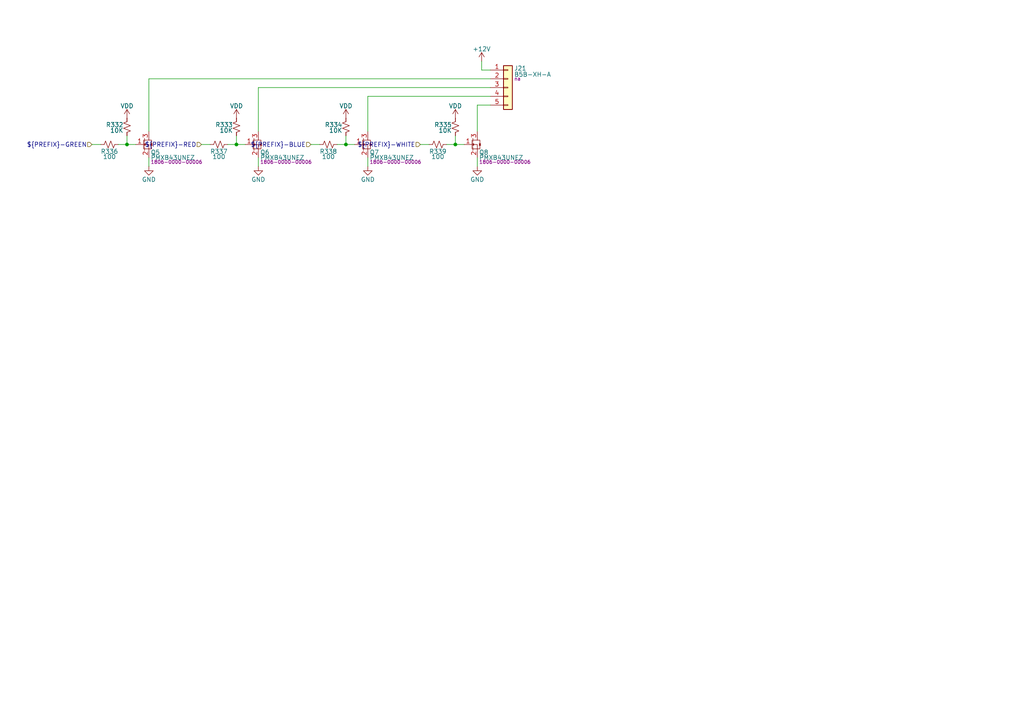
<source format=kicad_sch>
(kicad_sch
	(version 20250114)
	(generator "eeschema")
	(generator_version "9.0")
	(uuid "7bc1f2b6-a1f2-4269-8283-41e70cb464e3")
	(paper "A4")
	(title_block
		(title "Benchy Motherboard AM625 - Lighting RGBW Channel 2")
		(rev "REV1")
		(company "Daxxn Industries")
		(comment 4 "Small net labels (≤0.65) are for clarity and do not connect to other nets.")
	)
	(lib_symbols
		(symbol "DX_Connector_JST:B5B-XH-A"
			(pin_names
				(offset 1.016)
				(hide yes)
			)
			(exclude_from_sim no)
			(in_bom yes)
			(on_board yes)
			(property "Reference" "J"
				(at 1.778 5.588 0)
				(effects
					(font
						(size 1.27 1.27)
					)
					(justify left)
				)
			)
			(property "Value" "B5B-XH-A"
				(at 1.778 3.81 0)
				(effects
					(font
						(size 1.27 1.27)
					)
					(justify left)
				)
			)
			(property "Footprint" "Daxxn_Connectors_JST:B5B-XH-A"
				(at 0 10.16 0)
				(effects
					(font
						(size 1.27 1.27)
					)
					(hide yes)
				)
			)
			(property "Datasheet" "${DATASHEETS}/eXH.pdf"
				(at 0 13.208 0)
				(effects
					(font
						(size 1.27 1.27)
					)
					(hide yes)
				)
			)
			(property "Description" "Connector Header Through Hole 5 position 0.098\" (2.50mm)"
				(at 0 11.684 0)
				(effects
					(font
						(size 1.27 1.27)
					)
					(hide yes)
				)
			)
			(property "PartNumber" "na"
				(at 1.778 2.54 0)
				(effects
					(font
						(size 1 1)
					)
					(justify left)
				)
			)
			(property "ki_keywords" "connector jst xh"
				(at 0 0 0)
				(effects
					(font
						(size 1.27 1.27)
					)
					(hide yes)
				)
			)
			(property "ki_fp_filters" "Connector*:*_1x??_*"
				(at 0 0 0)
				(effects
					(font
						(size 1.27 1.27)
					)
					(hide yes)
				)
			)
			(symbol "B5B-XH-A_1_1"
				(rectangle
					(start -1.27 6.35)
					(end 1.27 -6.35)
					(stroke
						(width 0.254)
						(type default)
					)
					(fill
						(type background)
					)
				)
				(rectangle
					(start -1.27 5.207)
					(end 0 4.953)
					(stroke
						(width 0.1524)
						(type default)
					)
					(fill
						(type none)
					)
				)
				(rectangle
					(start -1.27 2.667)
					(end 0 2.413)
					(stroke
						(width 0.1524)
						(type default)
					)
					(fill
						(type none)
					)
				)
				(rectangle
					(start -1.27 0.127)
					(end 0 -0.127)
					(stroke
						(width 0.1524)
						(type default)
					)
					(fill
						(type none)
					)
				)
				(rectangle
					(start -1.27 -2.413)
					(end 0 -2.667)
					(stroke
						(width 0.1524)
						(type default)
					)
					(fill
						(type none)
					)
				)
				(rectangle
					(start -1.27 -4.953)
					(end 0 -5.207)
					(stroke
						(width 0.1524)
						(type default)
					)
					(fill
						(type none)
					)
				)
				(pin passive line
					(at -5.08 5.08 0)
					(length 3.81)
					(name "Pin_1"
						(effects
							(font
								(size 1.27 1.27)
							)
						)
					)
					(number "1"
						(effects
							(font
								(size 1.27 1.27)
							)
						)
					)
				)
				(pin passive line
					(at -5.08 2.54 0)
					(length 3.81)
					(name "Pin_2"
						(effects
							(font
								(size 1.27 1.27)
							)
						)
					)
					(number "2"
						(effects
							(font
								(size 1.27 1.27)
							)
						)
					)
				)
				(pin passive line
					(at -5.08 0 0)
					(length 3.81)
					(name "Pin_3"
						(effects
							(font
								(size 1.27 1.27)
							)
						)
					)
					(number "3"
						(effects
							(font
								(size 1.27 1.27)
							)
						)
					)
				)
				(pin passive line
					(at -5.08 -2.54 0)
					(length 3.81)
					(name "Pin_4"
						(effects
							(font
								(size 1.27 1.27)
							)
						)
					)
					(number "4"
						(effects
							(font
								(size 1.27 1.27)
							)
						)
					)
				)
				(pin passive line
					(at -5.08 -5.08 0)
					(length 3.81)
					(name "Pin_5"
						(effects
							(font
								(size 1.27 1.27)
							)
						)
					)
					(number "5"
						(effects
							(font
								(size 1.27 1.27)
							)
						)
					)
				)
			)
			(embedded_fonts no)
		)
		(symbol "DX_Resistor:RC0402JR-07100RL"
			(pin_numbers
				(hide yes)
			)
			(pin_names
				(offset 0.254)
				(hide yes)
			)
			(exclude_from_sim no)
			(in_bom yes)
			(on_board yes)
			(property "Reference" "R"
				(at 1.016 0.635 0)
				(effects
					(font
						(size 1.27 1.27)
					)
					(justify left)
				)
			)
			(property "Value" "100"
				(at 1.016 -1.016 0)
				(effects
					(font
						(size 1.27 1.27)
					)
					(justify left)
				)
			)
			(property "Footprint" "Daxxn_Standard_Resistors:RES_0402"
				(at 0 5.334 0)
				(effects
					(font
						(size 1.27 1.27)
					)
					(hide yes)
				)
			)
			(property "Datasheet" "${DATASHEETS}/RC-Series.pdf"
				(at 0 6.35 0)
				(effects
					(font
						(size 1.27 1.27)
					)
					(hide yes)
				)
			)
			(property "Description" "RES 100 OHM 5% 1/16W 0402"
				(at 0 3.81 0)
				(effects
					(font
						(size 1.27 1.27)
					)
					(hide yes)
				)
			)
			(property "PartNumber" "0204-0000-00011"
				(at 0 7.874 0)
				(effects
					(font
						(size 1.27 1.27)
					)
					(hide yes)
				)
			)
			(property "ki_keywords" "r resistor daxxn"
				(at 0 0 0)
				(effects
					(font
						(size 1.27 1.27)
					)
					(hide yes)
				)
			)
			(property "ki_fp_filters" "R_*"
				(at 0 0 0)
				(effects
					(font
						(size 1.27 1.27)
					)
					(hide yes)
				)
			)
			(symbol "RC0402JR-07100RL_1_1"
				(polyline
					(pts
						(xy 0 1.524) (xy 1.016 1.143) (xy 0 0.762) (xy -1.016 0.381) (xy 0 0)
					)
					(stroke
						(width 0)
						(type default)
					)
					(fill
						(type none)
					)
				)
				(polyline
					(pts
						(xy 0 0) (xy 1.016 -0.381) (xy 0 -0.762) (xy -1.016 -1.143) (xy 0 -1.524)
					)
					(stroke
						(width 0)
						(type default)
					)
					(fill
						(type none)
					)
				)
				(pin passive line
					(at 0 2.54 270)
					(length 1.016)
					(name "~"
						(effects
							(font
								(size 1.27 1.27)
							)
						)
					)
					(number "1"
						(effects
							(font
								(size 1.27 1.27)
							)
						)
					)
				)
				(pin passive line
					(at 0 -2.54 90)
					(length 1.016)
					(name "~"
						(effects
							(font
								(size 1.27 1.27)
							)
						)
					)
					(number "2"
						(effects
							(font
								(size 1.27 1.27)
							)
						)
					)
				)
			)
			(embedded_fonts no)
		)
		(symbol "DX_Resistor:RC0402JR-0710KL"
			(pin_numbers
				(hide yes)
			)
			(pin_names
				(offset 0.254)
				(hide yes)
			)
			(exclude_from_sim no)
			(in_bom yes)
			(on_board yes)
			(property "Reference" "R"
				(at 1.016 0.635 0)
				(effects
					(font
						(size 1.27 1.27)
					)
					(justify left)
				)
			)
			(property "Value" "10K"
				(at 1.016 -1.016 0)
				(effects
					(font
						(size 1.27 1.27)
					)
					(justify left)
				)
			)
			(property "Footprint" "Daxxn_Standard_Resistors:RES_0402"
				(at 0 5.334 0)
				(effects
					(font
						(size 1.27 1.27)
					)
					(hide yes)
				)
			)
			(property "Datasheet" "${DATASHEETS}/RC-Series.pdf"
				(at 0 6.35 0)
				(effects
					(font
						(size 1.27 1.27)
					)
					(hide yes)
				)
			)
			(property "Description" "RES 10K OHM 5% 1/16W 0402"
				(at 0 3.81 0)
				(effects
					(font
						(size 1.27 1.27)
					)
					(hide yes)
				)
			)
			(property "PartNumber" "0204-0000-00016"
				(at 0 8.128 0)
				(effects
					(font
						(size 1.27 1.27)
					)
					(hide yes)
				)
			)
			(property "ki_keywords" "r resistor daxxn"
				(at 0 0 0)
				(effects
					(font
						(size 1.27 1.27)
					)
					(hide yes)
				)
			)
			(property "ki_fp_filters" "R_*"
				(at 0 0 0)
				(effects
					(font
						(size 1.27 1.27)
					)
					(hide yes)
				)
			)
			(symbol "RC0402JR-0710KL_1_1"
				(polyline
					(pts
						(xy 0 1.524) (xy 1.016 1.143) (xy 0 0.762) (xy -1.016 0.381) (xy 0 0)
					)
					(stroke
						(width 0)
						(type default)
					)
					(fill
						(type none)
					)
				)
				(polyline
					(pts
						(xy 0 0) (xy 1.016 -0.381) (xy 0 -0.762) (xy -1.016 -1.143) (xy 0 -1.524)
					)
					(stroke
						(width 0)
						(type default)
					)
					(fill
						(type none)
					)
				)
				(pin passive line
					(at 0 2.54 270)
					(length 1.016)
					(name "~"
						(effects
							(font
								(size 1.27 1.27)
							)
						)
					)
					(number "1"
						(effects
							(font
								(size 1.27 1.27)
							)
						)
					)
				)
				(pin passive line
					(at 0 -2.54 90)
					(length 1.016)
					(name "~"
						(effects
							(font
								(size 1.27 1.27)
							)
						)
					)
					(number "2"
						(effects
							(font
								(size 1.27 1.27)
							)
						)
					)
				)
			)
			(embedded_fonts no)
		)
		(symbol "DX_Transistor_MOSFET:PMXB43UNEZ"
			(exclude_from_sim no)
			(in_bom yes)
			(on_board yes)
			(property "Reference" "Q"
				(at 2.794 1.778 0)
				(effects
					(font
						(size 1.27 1.27)
					)
					(justify left)
				)
			)
			(property "Value" "PMXB43UNEZ"
				(at 2.794 0 0)
				(effects
					(font
						(size 1.27 1.27)
					)
					(justify left)
				)
			)
			(property "Footprint" "Daxxn_Packages:DFN1010D-3"
				(at 1.27 8.382 0)
				(effects
					(font
						(size 1.27 1.27)
					)
					(hide yes)
				)
			)
			(property "Datasheet" "%LOCAL_DATASHEETS%/PMXB43UNE.pdf"
				(at 1.27 5.842 0)
				(effects
					(font
						(size 1.27 1.27)
					)
					(hide yes)
				)
			)
			(property "Description" "N-Channel 20 V 3.2A (Ta) 400mW (Ta), 8.33W (Tc) Surface Mount DFN1010D-3"
				(at 0 7.112 0)
				(effects
					(font
						(size 1.27 1.27)
					)
					(hide yes)
				)
			)
			(property "PartNumber" "1806-0000-00006"
				(at 2.794 -1.524 0)
				(effects
					(font
						(size 1 1)
					)
					(justify left)
				)
			)
			(property "ki_keywords" "n-ch mosfet fet"
				(at 0 0 0)
				(effects
					(font
						(size 1.27 1.27)
					)
					(hide yes)
				)
			)
			(symbol "PMXB43UNEZ_0_0"
				(pin input line
					(at -2.54 0 0)
					(length 2.25)
					(name "G"
						(effects
							(font
								(size 0 0)
							)
						)
					)
					(number "1"
						(effects
							(font
								(size 1.27 1.27)
							)
						)
					)
				)
				(pin bidirectional line
					(at 1.27 3.81 270)
					(length 2.54)
					(name "D"
						(effects
							(font
								(size 0 0)
							)
						)
					)
					(number "3"
						(effects
							(font
								(size 1.27 1.27)
							)
						)
					)
				)
				(pin bidirectional line
					(at 1.27 -3.81 90)
					(length 2.54)
					(name "S"
						(effects
							(font
								(size 0 0)
							)
						)
					)
					(number "2"
						(effects
							(font
								(size 1.27 1.27)
							)
						)
					)
				)
			)
			(symbol "PMXB43UNEZ_0_1"
				(polyline
					(pts
						(xy -0.254 -1.27) (xy -0.254 1.27)
					)
					(stroke
						(width 0)
						(type default)
					)
					(fill
						(type none)
					)
				)
				(polyline
					(pts
						(xy 0 1.778) (xy 0 0.762)
					)
					(stroke
						(width 0)
						(type default)
					)
					(fill
						(type none)
					)
				)
				(polyline
					(pts
						(xy 0 1.27) (xy 1.27 1.27) (xy 1.27 1.27)
					)
					(stroke
						(width 0)
						(type default)
					)
					(fill
						(type none)
					)
				)
				(polyline
					(pts
						(xy 0 0) (xy 0.254 0.254) (xy 0.254 -0.254) (xy 0 0)
					)
					(stroke
						(width 0)
						(type default)
					)
					(fill
						(type none)
					)
				)
				(polyline
					(pts
						(xy 0 -0.508) (xy 0 0.508)
					)
					(stroke
						(width 0)
						(type default)
					)
					(fill
						(type none)
					)
				)
				(polyline
					(pts
						(xy 0 -1.27) (xy 1.27 -1.27) (xy 1.27 -1.27)
					)
					(stroke
						(width 0)
						(type default)
					)
					(fill
						(type none)
					)
				)
				(polyline
					(pts
						(xy 0 -1.778) (xy 0 -0.762)
					)
					(stroke
						(width 0)
						(type default)
					)
					(fill
						(type none)
					)
				)
				(polyline
					(pts
						(xy 1.27 -1.27) (xy 1.27 0) (xy 0 0)
					)
					(stroke
						(width 0)
						(type default)
					)
					(fill
						(type none)
					)
				)
				(polyline
					(pts
						(xy 1.27 -1.27) (xy 2.032 -1.27) (xy 2.032 1.27) (xy 1.27 1.27)
					)
					(stroke
						(width 0)
						(type default)
					)
					(fill
						(type none)
					)
				)
				(polyline
					(pts
						(xy 1.778 0.254) (xy 2.286 0.254)
					)
					(stroke
						(width 0)
						(type default)
					)
					(fill
						(type none)
					)
				)
				(polyline
					(pts
						(xy 2.032 0.254) (xy 1.778 -0.254) (xy 2.286 -0.254) (xy 2.032 0.254)
					)
					(stroke
						(width 0)
						(type default)
					)
					(fill
						(type outline)
					)
				)
			)
			(embedded_fonts no)
		)
		(symbol "power:+12V"
			(power)
			(pin_numbers
				(hide yes)
			)
			(pin_names
				(offset 0)
				(hide yes)
			)
			(exclude_from_sim no)
			(in_bom yes)
			(on_board yes)
			(property "Reference" "#PWR"
				(at 0 -3.81 0)
				(effects
					(font
						(size 1.27 1.27)
					)
					(hide yes)
				)
			)
			(property "Value" "+12V"
				(at 0 3.556 0)
				(effects
					(font
						(size 1.27 1.27)
					)
				)
			)
			(property "Footprint" ""
				(at 0 0 0)
				(effects
					(font
						(size 1.27 1.27)
					)
					(hide yes)
				)
			)
			(property "Datasheet" ""
				(at 0 0 0)
				(effects
					(font
						(size 1.27 1.27)
					)
					(hide yes)
				)
			)
			(property "Description" "Power symbol creates a global label with name \"+12V\""
				(at 0 0 0)
				(effects
					(font
						(size 1.27 1.27)
					)
					(hide yes)
				)
			)
			(property "ki_keywords" "global power"
				(at 0 0 0)
				(effects
					(font
						(size 1.27 1.27)
					)
					(hide yes)
				)
			)
			(symbol "+12V_0_1"
				(polyline
					(pts
						(xy -0.762 1.27) (xy 0 2.54)
					)
					(stroke
						(width 0)
						(type default)
					)
					(fill
						(type none)
					)
				)
				(polyline
					(pts
						(xy 0 2.54) (xy 0.762 1.27)
					)
					(stroke
						(width 0)
						(type default)
					)
					(fill
						(type none)
					)
				)
				(polyline
					(pts
						(xy 0 0) (xy 0 2.54)
					)
					(stroke
						(width 0)
						(type default)
					)
					(fill
						(type none)
					)
				)
			)
			(symbol "+12V_1_1"
				(pin power_in line
					(at 0 0 90)
					(length 0)
					(name "~"
						(effects
							(font
								(size 1.27 1.27)
							)
						)
					)
					(number "1"
						(effects
							(font
								(size 1.27 1.27)
							)
						)
					)
				)
			)
			(embedded_fonts no)
		)
		(symbol "power:GND"
			(power)
			(pin_numbers
				(hide yes)
			)
			(pin_names
				(offset 0)
				(hide yes)
			)
			(exclude_from_sim no)
			(in_bom yes)
			(on_board yes)
			(property "Reference" "#PWR"
				(at 0 -6.35 0)
				(effects
					(font
						(size 1.27 1.27)
					)
					(hide yes)
				)
			)
			(property "Value" "GND"
				(at 0 -3.81 0)
				(effects
					(font
						(size 1.27 1.27)
					)
				)
			)
			(property "Footprint" ""
				(at 0 0 0)
				(effects
					(font
						(size 1.27 1.27)
					)
					(hide yes)
				)
			)
			(property "Datasheet" ""
				(at 0 0 0)
				(effects
					(font
						(size 1.27 1.27)
					)
					(hide yes)
				)
			)
			(property "Description" "Power symbol creates a global label with name \"GND\" , ground"
				(at 0 0 0)
				(effects
					(font
						(size 1.27 1.27)
					)
					(hide yes)
				)
			)
			(property "ki_keywords" "global power"
				(at 0 0 0)
				(effects
					(font
						(size 1.27 1.27)
					)
					(hide yes)
				)
			)
			(symbol "GND_0_1"
				(polyline
					(pts
						(xy 0 0) (xy 0 -1.27) (xy 1.27 -1.27) (xy 0 -2.54) (xy -1.27 -1.27) (xy 0 -1.27)
					)
					(stroke
						(width 0)
						(type default)
					)
					(fill
						(type none)
					)
				)
			)
			(symbol "GND_1_1"
				(pin power_in line
					(at 0 0 270)
					(length 0)
					(name "~"
						(effects
							(font
								(size 1.27 1.27)
							)
						)
					)
					(number "1"
						(effects
							(font
								(size 1.27 1.27)
							)
						)
					)
				)
			)
			(embedded_fonts no)
		)
		(symbol "power:VDD"
			(power)
			(pin_numbers
				(hide yes)
			)
			(pin_names
				(offset 0)
				(hide yes)
			)
			(exclude_from_sim no)
			(in_bom yes)
			(on_board yes)
			(property "Reference" "#PWR"
				(at 0 -3.81 0)
				(effects
					(font
						(size 1.27 1.27)
					)
					(hide yes)
				)
			)
			(property "Value" "VDD"
				(at 0 3.556 0)
				(effects
					(font
						(size 1.27 1.27)
					)
				)
			)
			(property "Footprint" ""
				(at 0 0 0)
				(effects
					(font
						(size 1.27 1.27)
					)
					(hide yes)
				)
			)
			(property "Datasheet" ""
				(at 0 0 0)
				(effects
					(font
						(size 1.27 1.27)
					)
					(hide yes)
				)
			)
			(property "Description" "Power symbol creates a global label with name \"VDD\""
				(at 0 0 0)
				(effects
					(font
						(size 1.27 1.27)
					)
					(hide yes)
				)
			)
			(property "ki_keywords" "global power"
				(at 0 0 0)
				(effects
					(font
						(size 1.27 1.27)
					)
					(hide yes)
				)
			)
			(symbol "VDD_0_1"
				(polyline
					(pts
						(xy -0.762 1.27) (xy 0 2.54)
					)
					(stroke
						(width 0)
						(type default)
					)
					(fill
						(type none)
					)
				)
				(polyline
					(pts
						(xy 0 2.54) (xy 0.762 1.27)
					)
					(stroke
						(width 0)
						(type default)
					)
					(fill
						(type none)
					)
				)
				(polyline
					(pts
						(xy 0 0) (xy 0 2.54)
					)
					(stroke
						(width 0)
						(type default)
					)
					(fill
						(type none)
					)
				)
			)
			(symbol "VDD_1_1"
				(pin power_in line
					(at 0 0 90)
					(length 0)
					(name "~"
						(effects
							(font
								(size 1.27 1.27)
							)
						)
					)
					(number "1"
						(effects
							(font
								(size 1.27 1.27)
							)
						)
					)
				)
			)
			(embedded_fonts no)
		)
	)
	(junction
		(at 36.83 41.91)
		(diameter 0)
		(color 0 0 0 0)
		(uuid "2a037154-1f38-41f8-a4d2-c99390c134e4")
	)
	(junction
		(at 132.08 41.91)
		(diameter 0)
		(color 0 0 0 0)
		(uuid "52965aa1-4484-436e-93e7-c727dc11bd14")
	)
	(junction
		(at 100.33 41.91)
		(diameter 0)
		(color 0 0 0 0)
		(uuid "cd320425-f725-4188-93f8-2f6ac8ff38d3")
	)
	(junction
		(at 68.58 41.91)
		(diameter 0)
		(color 0 0 0 0)
		(uuid "f28e6a72-a942-4140-8271-cc76aa60f0e5")
	)
	(wire
		(pts
			(xy 129.54 41.91) (xy 132.08 41.91)
		)
		(stroke
			(width 0)
			(type default)
		)
		(uuid "0ac52848-3246-487b-a95d-9ada01611586")
	)
	(wire
		(pts
			(xy 43.18 45.72) (xy 43.18 48.26)
		)
		(stroke
			(width 0)
			(type default)
		)
		(uuid "0d3cad57-ad30-4b8d-8052-fd4cc20f5670")
	)
	(wire
		(pts
			(xy 68.58 39.37) (xy 68.58 41.91)
		)
		(stroke
			(width 0)
			(type default)
		)
		(uuid "0e30dbc8-c5a8-41c9-9127-0725958fc1b4")
	)
	(wire
		(pts
			(xy 106.68 27.94) (xy 142.24 27.94)
		)
		(stroke
			(width 0)
			(type default)
		)
		(uuid "10f2f86e-557c-463f-9341-01708f88c62f")
	)
	(wire
		(pts
			(xy 68.58 41.91) (xy 71.12 41.91)
		)
		(stroke
			(width 0)
			(type default)
		)
		(uuid "25f97c0a-69a0-42d6-8df1-b5d24eaee8bf")
	)
	(wire
		(pts
			(xy 36.83 41.91) (xy 39.37 41.91)
		)
		(stroke
			(width 0)
			(type default)
		)
		(uuid "26fb1218-14f3-45f3-b64c-084b685eb2de")
	)
	(wire
		(pts
			(xy 58.42 41.91) (xy 60.96 41.91)
		)
		(stroke
			(width 0)
			(type default)
		)
		(uuid "2e668468-913b-4004-83a0-01e41600efa5")
	)
	(wire
		(pts
			(xy 138.43 45.72) (xy 138.43 48.26)
		)
		(stroke
			(width 0)
			(type default)
		)
		(uuid "2eb2a30a-a52d-4682-97c6-032c0df1fc82")
	)
	(wire
		(pts
			(xy 97.79 41.91) (xy 100.33 41.91)
		)
		(stroke
			(width 0)
			(type default)
		)
		(uuid "3c2d93d1-d667-4484-ae3d-d2e808c707b7")
	)
	(wire
		(pts
			(xy 34.29 41.91) (xy 36.83 41.91)
		)
		(stroke
			(width 0)
			(type default)
		)
		(uuid "3d26c0a4-435b-426a-a37b-68556f06de77")
	)
	(wire
		(pts
			(xy 100.33 39.37) (xy 100.33 41.91)
		)
		(stroke
			(width 0)
			(type default)
		)
		(uuid "4138a3f9-e0f9-4b0c-a441-5bedb0f25c36")
	)
	(wire
		(pts
			(xy 106.68 38.1) (xy 106.68 27.94)
		)
		(stroke
			(width 0)
			(type default)
		)
		(uuid "46e4022d-0131-47f8-bea4-1e5f26426447")
	)
	(wire
		(pts
			(xy 74.93 25.4) (xy 142.24 25.4)
		)
		(stroke
			(width 0)
			(type default)
		)
		(uuid "4b50c1c5-dccc-4468-bd45-d7d3008423ad")
	)
	(wire
		(pts
			(xy 26.67 41.91) (xy 29.21 41.91)
		)
		(stroke
			(width 0)
			(type default)
		)
		(uuid "6956dca8-cdcc-4a5e-aaa5-80e03ebc47cf")
	)
	(wire
		(pts
			(xy 121.92 41.91) (xy 124.46 41.91)
		)
		(stroke
			(width 0)
			(type default)
		)
		(uuid "6f27f10c-446e-455e-a796-53b366ae3f10")
	)
	(wire
		(pts
			(xy 43.18 22.86) (xy 43.18 38.1)
		)
		(stroke
			(width 0)
			(type default)
		)
		(uuid "7ec6061a-4f35-4372-820f-8ed3f49f5b6a")
	)
	(wire
		(pts
			(xy 66.04 41.91) (xy 68.58 41.91)
		)
		(stroke
			(width 0)
			(type default)
		)
		(uuid "835dee89-4398-4463-b2a4-a26135dbb332")
	)
	(wire
		(pts
			(xy 106.68 45.72) (xy 106.68 48.26)
		)
		(stroke
			(width 0)
			(type default)
		)
		(uuid "85ce2b19-c7d9-4bd4-ba4e-460a2bbfb3fc")
	)
	(wire
		(pts
			(xy 36.83 39.37) (xy 36.83 41.91)
		)
		(stroke
			(width 0)
			(type default)
		)
		(uuid "b9eefe92-81a3-4db4-a9a1-32f45c3e53fd")
	)
	(wire
		(pts
			(xy 142.24 22.86) (xy 43.18 22.86)
		)
		(stroke
			(width 0)
			(type default)
		)
		(uuid "c6623145-1051-40a6-9ed8-d28a10351ddb")
	)
	(wire
		(pts
			(xy 100.33 41.91) (xy 102.87 41.91)
		)
		(stroke
			(width 0)
			(type default)
		)
		(uuid "cb45d446-c5bd-4a61-a2b2-1d81287348e1")
	)
	(wire
		(pts
			(xy 138.43 30.48) (xy 142.24 30.48)
		)
		(stroke
			(width 0)
			(type default)
		)
		(uuid "d0361a4c-9eb3-482f-8db7-7a07dcc12dfa")
	)
	(wire
		(pts
			(xy 132.08 41.91) (xy 134.62 41.91)
		)
		(stroke
			(width 0)
			(type default)
		)
		(uuid "d0c7f993-854e-4268-8004-225da2c5b66c")
	)
	(wire
		(pts
			(xy 132.08 39.37) (xy 132.08 41.91)
		)
		(stroke
			(width 0)
			(type default)
		)
		(uuid "daecf87d-5a12-400a-aebd-b3e34335aaaa")
	)
	(wire
		(pts
			(xy 142.24 20.32) (xy 139.7 20.32)
		)
		(stroke
			(width 0)
			(type default)
		)
		(uuid "deb3b04b-5019-4a12-98ae-6b2f0d747595")
	)
	(wire
		(pts
			(xy 74.93 45.72) (xy 74.93 48.26)
		)
		(stroke
			(width 0)
			(type default)
		)
		(uuid "e2770868-1ec7-48a6-ae78-b013c20335ae")
	)
	(wire
		(pts
			(xy 138.43 38.1) (xy 138.43 30.48)
		)
		(stroke
			(width 0)
			(type default)
		)
		(uuid "e34edc75-fd0c-4371-8c60-521bc5862524")
	)
	(wire
		(pts
			(xy 139.7 17.78) (xy 139.7 20.32)
		)
		(stroke
			(width 0)
			(type default)
		)
		(uuid "e70aba15-39b1-4e1c-bde1-b1051a37f7e8")
	)
	(wire
		(pts
			(xy 90.17 41.91) (xy 92.71 41.91)
		)
		(stroke
			(width 0)
			(type default)
		)
		(uuid "e85b1d42-d68c-4ad4-aec7-dd91a4df8be1")
	)
	(wire
		(pts
			(xy 74.93 38.1) (xy 74.93 25.4)
		)
		(stroke
			(width 0)
			(type default)
		)
		(uuid "f05984bb-6132-4492-98ad-348ae29e866b")
	)
	(hierarchical_label "${PREFIX}-WHITE"
		(shape input)
		(at 121.92 41.91 180)
		(effects
			(font
				(size 1.27 1.27)
			)
			(justify right)
		)
		(uuid "6614c654-baa9-4212-a8b5-66ea02f4d125")
	)
	(hierarchical_label "${PREFIX}-RED"
		(shape input)
		(at 58.42 41.91 180)
		(effects
			(font
				(size 1.27 1.27)
			)
			(justify right)
		)
		(uuid "661853e8-a85b-4bd2-8182-e9d8b29bdf43")
	)
	(hierarchical_label "${PREFIX}-GREEN"
		(shape input)
		(at 26.67 41.91 180)
		(effects
			(font
				(size 1.27 1.27)
			)
			(justify right)
		)
		(uuid "79c0476e-4486-4f09-9e23-237d84892acd")
	)
	(hierarchical_label "${PREFIX}-BLUE"
		(shape input)
		(at 90.17 41.91 180)
		(effects
			(font
				(size 1.27 1.27)
			)
			(justify right)
		)
		(uuid "9c751fe6-29ec-4afe-af22-1ea0ef70ccd7")
	)
	(symbol
		(lib_id "power:GND")
		(at 138.43 48.26 0)
		(unit 1)
		(exclude_from_sim no)
		(in_bom yes)
		(on_board yes)
		(dnp no)
		(uuid "1ac0535e-a8d6-44ce-a855-a932a569a6fb")
		(property "Reference" "#PWR0537"
			(at 138.43 54.61 0)
			(effects
				(font
					(size 1.27 1.27)
				)
				(hide yes)
			)
		)
		(property "Value" "GND"
			(at 138.43 52.07 0)
			(effects
				(font
					(size 1.27 1.27)
				)
			)
		)
		(property "Footprint" ""
			(at 138.43 48.26 0)
			(effects
				(font
					(size 1.27 1.27)
				)
				(hide yes)
			)
		)
		(property "Datasheet" ""
			(at 138.43 48.26 0)
			(effects
				(font
					(size 1.27 1.27)
				)
				(hide yes)
			)
		)
		(property "Description" "Power symbol creates a global label with name \"GND\" , ground"
			(at 138.43 48.26 0)
			(effects
				(font
					(size 1.27 1.27)
				)
				(hide yes)
			)
		)
		(pin "1"
			(uuid "57d0f9dd-335b-4d7a-9e54-a1e2ea15fdfa")
		)
		(instances
			(project "BenchyMotherBoard-AM625"
				(path "/7184a1e6-58da-49c8-8a6c-ea31385ec956/8494b7c1-cb3d-49c1-ba37-1630d97ce06f/8de6dac1-3ff1-4a7e-9c53-09ee1072da37"
					(reference "#PWR0537")
					(unit 1)
				)
			)
		)
	)
	(symbol
		(lib_id "power:VDD")
		(at 132.08 34.29 0)
		(unit 1)
		(exclude_from_sim no)
		(in_bom yes)
		(on_board yes)
		(dnp no)
		(uuid "1f0be8d5-1680-44f6-b4ce-878acff82573")
		(property "Reference" "#PWR0533"
			(at 132.08 38.1 0)
			(effects
				(font
					(size 1.27 1.27)
				)
				(hide yes)
			)
		)
		(property "Value" "VDD"
			(at 132.08 30.734 0)
			(effects
				(font
					(size 1.27 1.27)
				)
			)
		)
		(property "Footprint" ""
			(at 132.08 34.29 0)
			(effects
				(font
					(size 1.27 1.27)
				)
				(hide yes)
			)
		)
		(property "Datasheet" ""
			(at 132.08 34.29 0)
			(effects
				(font
					(size 1.27 1.27)
				)
				(hide yes)
			)
		)
		(property "Description" "Power symbol creates a global label with name \"VDD\""
			(at 132.08 34.29 0)
			(effects
				(font
					(size 1.27 1.27)
				)
				(hide yes)
			)
		)
		(pin "1"
			(uuid "b42f8b18-3bcd-4adb-b4e1-708ba31a1463")
		)
		(instances
			(project "BenchyMotherBoard-AM625"
				(path "/7184a1e6-58da-49c8-8a6c-ea31385ec956/8494b7c1-cb3d-49c1-ba37-1630d97ce06f/8de6dac1-3ff1-4a7e-9c53-09ee1072da37"
					(reference "#PWR0533")
					(unit 1)
				)
			)
		)
	)
	(symbol
		(lib_id "power:GND")
		(at 43.18 48.26 0)
		(unit 1)
		(exclude_from_sim no)
		(in_bom yes)
		(on_board yes)
		(dnp no)
		(uuid "23959deb-cd35-43b8-ba5a-58a6def0fe26")
		(property "Reference" "#PWR0534"
			(at 43.18 54.61 0)
			(effects
				(font
					(size 1.27 1.27)
				)
				(hide yes)
			)
		)
		(property "Value" "GND"
			(at 43.18 52.07 0)
			(effects
				(font
					(size 1.27 1.27)
				)
			)
		)
		(property "Footprint" ""
			(at 43.18 48.26 0)
			(effects
				(font
					(size 1.27 1.27)
				)
				(hide yes)
			)
		)
		(property "Datasheet" ""
			(at 43.18 48.26 0)
			(effects
				(font
					(size 1.27 1.27)
				)
				(hide yes)
			)
		)
		(property "Description" "Power symbol creates a global label with name \"GND\" , ground"
			(at 43.18 48.26 0)
			(effects
				(font
					(size 1.27 1.27)
				)
				(hide yes)
			)
		)
		(pin "1"
			(uuid "e8fee222-899e-48be-be18-cef9e69ac33d")
		)
		(instances
			(project "BenchyMotherBoard-AM625"
				(path "/7184a1e6-58da-49c8-8a6c-ea31385ec956/8494b7c1-cb3d-49c1-ba37-1630d97ce06f/8de6dac1-3ff1-4a7e-9c53-09ee1072da37"
					(reference "#PWR0534")
					(unit 1)
				)
			)
		)
	)
	(symbol
		(lib_id "power:GND")
		(at 74.93 48.26 0)
		(unit 1)
		(exclude_from_sim no)
		(in_bom yes)
		(on_board yes)
		(dnp no)
		(uuid "264caff5-3281-46e4-b0c6-fba4724ce67b")
		(property "Reference" "#PWR0535"
			(at 74.93 54.61 0)
			(effects
				(font
					(size 1.27 1.27)
				)
				(hide yes)
			)
		)
		(property "Value" "GND"
			(at 74.93 52.07 0)
			(effects
				(font
					(size 1.27 1.27)
				)
			)
		)
		(property "Footprint" ""
			(at 74.93 48.26 0)
			(effects
				(font
					(size 1.27 1.27)
				)
				(hide yes)
			)
		)
		(property "Datasheet" ""
			(at 74.93 48.26 0)
			(effects
				(font
					(size 1.27 1.27)
				)
				(hide yes)
			)
		)
		(property "Description" "Power symbol creates a global label with name \"GND\" , ground"
			(at 74.93 48.26 0)
			(effects
				(font
					(size 1.27 1.27)
				)
				(hide yes)
			)
		)
		(pin "1"
			(uuid "ad354f48-a521-42b1-848b-61ef190d663a")
		)
		(instances
			(project "BenchyMotherBoard-AM625"
				(path "/7184a1e6-58da-49c8-8a6c-ea31385ec956/8494b7c1-cb3d-49c1-ba37-1630d97ce06f/8de6dac1-3ff1-4a7e-9c53-09ee1072da37"
					(reference "#PWR0535")
					(unit 1)
				)
			)
		)
	)
	(symbol
		(lib_id "DX_Resistor:RC0402JR-0710KL")
		(at 36.83 36.83 0)
		(mirror y)
		(unit 1)
		(exclude_from_sim no)
		(in_bom yes)
		(on_board yes)
		(dnp no)
		(uuid "367438a0-eedc-47ee-9d8a-822ffd15bce5")
		(property "Reference" "R332"
			(at 35.814 36.195 0)
			(effects
				(font
					(size 1.27 1.27)
				)
				(justify left)
			)
		)
		(property "Value" "10K"
			(at 35.814 37.846 0)
			(effects
				(font
					(size 1.27 1.27)
				)
				(justify left)
			)
		)
		(property "Footprint" "Daxxn_Standard_Resistors:RES_0402"
			(at 36.83 31.496 0)
			(effects
				(font
					(size 1.27 1.27)
				)
				(hide yes)
			)
		)
		(property "Datasheet" "${DATASHEETS}/RC-Series.pdf"
			(at 36.83 30.48 0)
			(effects
				(font
					(size 1.27 1.27)
				)
				(hide yes)
			)
		)
		(property "Description" "RES 10K OHM 5% 1/16W 0402"
			(at 36.83 33.02 0)
			(effects
				(font
					(size 1.27 1.27)
				)
				(hide yes)
			)
		)
		(property "PartNumber" "0204-0000-00016"
			(at 36.83 28.702 0)
			(effects
				(font
					(size 1.27 1.27)
				)
				(hide yes)
			)
		)
		(pin "2"
			(uuid "016526cb-23f3-4b57-8526-c9c87433f4fd")
		)
		(pin "1"
			(uuid "945ff498-5172-4894-a0af-630f9be87236")
		)
		(instances
			(project "BenchyMotherBoard-AM625"
				(path "/7184a1e6-58da-49c8-8a6c-ea31385ec956/8494b7c1-cb3d-49c1-ba37-1630d97ce06f/8de6dac1-3ff1-4a7e-9c53-09ee1072da37"
					(reference "R332")
					(unit 1)
				)
			)
		)
	)
	(symbol
		(lib_id "DX_Resistor:RC0402JR-07100RL")
		(at 63.5 41.91 90)
		(unit 1)
		(exclude_from_sim no)
		(in_bom yes)
		(on_board yes)
		(dnp no)
		(uuid "50055fa8-290f-4c1b-8b54-5c356287257d")
		(property "Reference" "R337"
			(at 63.5 43.942 90)
			(effects
				(font
					(size 1.27 1.27)
				)
			)
		)
		(property "Value" "100"
			(at 63.5 45.466 90)
			(effects
				(font
					(size 1.27 1.27)
				)
			)
		)
		(property "Footprint" "Daxxn_Standard_Resistors:RES_0402"
			(at 58.166 41.91 0)
			(effects
				(font
					(size 1.27 1.27)
				)
				(hide yes)
			)
		)
		(property "Datasheet" "${DATASHEETS}/RC-Series.pdf"
			(at 57.15 41.91 0)
			(effects
				(font
					(size 1.27 1.27)
				)
				(hide yes)
			)
		)
		(property "Description" "RES 100 OHM 5% 1/16W 0402"
			(at 59.69 41.91 0)
			(effects
				(font
					(size 1.27 1.27)
				)
				(hide yes)
			)
		)
		(property "PartNumber" "0204-0000-00011"
			(at 55.626 41.91 0)
			(effects
				(font
					(size 1.27 1.27)
				)
				(hide yes)
			)
		)
		(pin "2"
			(uuid "e5cda6ba-95ed-400c-8176-f18ee554f00b")
		)
		(pin "1"
			(uuid "00621179-9635-4238-8b53-979a8b4212f7")
		)
		(instances
			(project "BenchyMotherBoard-AM625"
				(path "/7184a1e6-58da-49c8-8a6c-ea31385ec956/8494b7c1-cb3d-49c1-ba37-1630d97ce06f/8de6dac1-3ff1-4a7e-9c53-09ee1072da37"
					(reference "R337")
					(unit 1)
				)
			)
		)
	)
	(symbol
		(lib_id "DX_Resistor:RC0402JR-0710KL")
		(at 100.33 36.83 0)
		(mirror y)
		(unit 1)
		(exclude_from_sim no)
		(in_bom yes)
		(on_board yes)
		(dnp no)
		(uuid "52f0badd-b901-42be-8edb-37a4eeaf76ba")
		(property "Reference" "R334"
			(at 99.314 36.195 0)
			(effects
				(font
					(size 1.27 1.27)
				)
				(justify left)
			)
		)
		(property "Value" "10K"
			(at 99.314 37.846 0)
			(effects
				(font
					(size 1.27 1.27)
				)
				(justify left)
			)
		)
		(property "Footprint" "Daxxn_Standard_Resistors:RES_0402"
			(at 100.33 31.496 0)
			(effects
				(font
					(size 1.27 1.27)
				)
				(hide yes)
			)
		)
		(property "Datasheet" "${DATASHEETS}/RC-Series.pdf"
			(at 100.33 30.48 0)
			(effects
				(font
					(size 1.27 1.27)
				)
				(hide yes)
			)
		)
		(property "Description" "RES 10K OHM 5% 1/16W 0402"
			(at 100.33 33.02 0)
			(effects
				(font
					(size 1.27 1.27)
				)
				(hide yes)
			)
		)
		(property "PartNumber" "0204-0000-00016"
			(at 100.33 28.702 0)
			(effects
				(font
					(size 1.27 1.27)
				)
				(hide yes)
			)
		)
		(pin "2"
			(uuid "ac254428-4963-442e-a2fd-b542964e6318")
		)
		(pin "1"
			(uuid "298e9274-f0be-4351-87a7-ff78611428eb")
		)
		(instances
			(project "BenchyMotherBoard-AM625"
				(path "/7184a1e6-58da-49c8-8a6c-ea31385ec956/8494b7c1-cb3d-49c1-ba37-1630d97ce06f/8de6dac1-3ff1-4a7e-9c53-09ee1072da37"
					(reference "R334")
					(unit 1)
				)
			)
		)
	)
	(symbol
		(lib_id "DX_Transistor_MOSFET:PMXB43UNEZ")
		(at 41.91 41.91 0)
		(unit 1)
		(exclude_from_sim no)
		(in_bom yes)
		(on_board yes)
		(dnp no)
		(uuid "54484837-c32c-4d2e-9882-8c1886766059")
		(property "Reference" "Q5"
			(at 43.688 44.196 0)
			(effects
				(font
					(size 1.27 1.27)
				)
				(justify left)
			)
		)
		(property "Value" "PMXB43UNEZ"
			(at 43.688 45.72 0)
			(effects
				(font
					(size 1.27 1.27)
				)
				(justify left)
			)
		)
		(property "Footprint" "Daxxn_Packages:DFN1010D-3"
			(at 43.18 33.528 0)
			(effects
				(font
					(size 1.27 1.27)
				)
				(hide yes)
			)
		)
		(property "Datasheet" "%LOCAL_DATASHEETS%/PMXB43UNE.pdf"
			(at 43.18 36.068 0)
			(effects
				(font
					(size 1.27 1.27)
				)
				(hide yes)
			)
		)
		(property "Description" "N-Channel 20 V 3.2A (Ta) 400mW (Ta), 8.33W (Tc) Surface Mount DFN1010D-3"
			(at 41.91 34.798 0)
			(effects
				(font
					(size 1.27 1.27)
				)
				(hide yes)
			)
		)
		(property "PartNumber" "1806-0000-00006"
			(at 43.688 46.99 0)
			(effects
				(font
					(size 1 1)
				)
				(justify left)
			)
		)
		(pin "3"
			(uuid "09c90b8c-80ca-4bc2-9069-7de8bbe91275")
		)
		(pin "1"
			(uuid "d319ae61-d2f2-440e-8247-43035b46f7e8")
		)
		(pin "2"
			(uuid "ed623276-9f99-4989-b57d-80f8d24f46ed")
		)
		(instances
			(project "BenchyMotherBoard-AM625"
				(path "/7184a1e6-58da-49c8-8a6c-ea31385ec956/8494b7c1-cb3d-49c1-ba37-1630d97ce06f/8de6dac1-3ff1-4a7e-9c53-09ee1072da37"
					(reference "Q5")
					(unit 1)
				)
			)
		)
	)
	(symbol
		(lib_id "DX_Transistor_MOSFET:PMXB43UNEZ")
		(at 137.16 41.91 0)
		(unit 1)
		(exclude_from_sim no)
		(in_bom yes)
		(on_board yes)
		(dnp no)
		(uuid "5deb58ac-f301-411a-8d36-ec4bb6d117bf")
		(property "Reference" "Q8"
			(at 138.938 44.196 0)
			(effects
				(font
					(size 1.27 1.27)
				)
				(justify left)
			)
		)
		(property "Value" "PMXB43UNEZ"
			(at 138.938 45.72 0)
			(effects
				(font
					(size 1.27 1.27)
				)
				(justify left)
			)
		)
		(property "Footprint" "Daxxn_Packages:DFN1010D-3"
			(at 138.43 33.528 0)
			(effects
				(font
					(size 1.27 1.27)
				)
				(hide yes)
			)
		)
		(property "Datasheet" "%LOCAL_DATASHEETS%/PMXB43UNE.pdf"
			(at 138.43 36.068 0)
			(effects
				(font
					(size 1.27 1.27)
				)
				(hide yes)
			)
		)
		(property "Description" "N-Channel 20 V 3.2A (Ta) 400mW (Ta), 8.33W (Tc) Surface Mount DFN1010D-3"
			(at 137.16 34.798 0)
			(effects
				(font
					(size 1.27 1.27)
				)
				(hide yes)
			)
		)
		(property "PartNumber" "1806-0000-00006"
			(at 138.938 46.99 0)
			(effects
				(font
					(size 1 1)
				)
				(justify left)
			)
		)
		(pin "3"
			(uuid "9abf4ce9-a156-414d-90f2-d3c5a0618886")
		)
		(pin "1"
			(uuid "c191ba40-1c00-4345-a739-c4e9240ca5fb")
		)
		(pin "2"
			(uuid "dac9bc8d-719c-4558-a990-404110bf5152")
		)
		(instances
			(project "BenchyMotherBoard-AM625"
				(path "/7184a1e6-58da-49c8-8a6c-ea31385ec956/8494b7c1-cb3d-49c1-ba37-1630d97ce06f/8de6dac1-3ff1-4a7e-9c53-09ee1072da37"
					(reference "Q8")
					(unit 1)
				)
			)
		)
	)
	(symbol
		(lib_id "DX_Resistor:RC0402JR-07100RL")
		(at 127 41.91 90)
		(unit 1)
		(exclude_from_sim no)
		(in_bom yes)
		(on_board yes)
		(dnp no)
		(uuid "62b028f3-9d8e-4796-a7ec-39a344e814bc")
		(property "Reference" "R339"
			(at 127 43.942 90)
			(effects
				(font
					(size 1.27 1.27)
				)
			)
		)
		(property "Value" "100"
			(at 127 45.466 90)
			(effects
				(font
					(size 1.27 1.27)
				)
			)
		)
		(property "Footprint" "Daxxn_Standard_Resistors:RES_0402"
			(at 121.666 41.91 0)
			(effects
				(font
					(size 1.27 1.27)
				)
				(hide yes)
			)
		)
		(property "Datasheet" "${DATASHEETS}/RC-Series.pdf"
			(at 120.65 41.91 0)
			(effects
				(font
					(size 1.27 1.27)
				)
				(hide yes)
			)
		)
		(property "Description" "RES 100 OHM 5% 1/16W 0402"
			(at 123.19 41.91 0)
			(effects
				(font
					(size 1.27 1.27)
				)
				(hide yes)
			)
		)
		(property "PartNumber" "0204-0000-00011"
			(at 119.126 41.91 0)
			(effects
				(font
					(size 1.27 1.27)
				)
				(hide yes)
			)
		)
		(pin "2"
			(uuid "8eeabfab-dfea-4811-9a53-d961a79dd297")
		)
		(pin "1"
			(uuid "976d133a-495a-4066-b1ce-f8c5fa715223")
		)
		(instances
			(project "BenchyMotherBoard-AM625"
				(path "/7184a1e6-58da-49c8-8a6c-ea31385ec956/8494b7c1-cb3d-49c1-ba37-1630d97ce06f/8de6dac1-3ff1-4a7e-9c53-09ee1072da37"
					(reference "R339")
					(unit 1)
				)
			)
		)
	)
	(symbol
		(lib_id "power:VDD")
		(at 68.58 34.29 0)
		(unit 1)
		(exclude_from_sim no)
		(in_bom yes)
		(on_board yes)
		(dnp no)
		(uuid "67201464-ec3e-4fd8-8d49-c87d244abdf7")
		(property "Reference" "#PWR0531"
			(at 68.58 38.1 0)
			(effects
				(font
					(size 1.27 1.27)
				)
				(hide yes)
			)
		)
		(property "Value" "VDD"
			(at 68.58 30.734 0)
			(effects
				(font
					(size 1.27 1.27)
				)
			)
		)
		(property "Footprint" ""
			(at 68.58 34.29 0)
			(effects
				(font
					(size 1.27 1.27)
				)
				(hide yes)
			)
		)
		(property "Datasheet" ""
			(at 68.58 34.29 0)
			(effects
				(font
					(size 1.27 1.27)
				)
				(hide yes)
			)
		)
		(property "Description" "Power symbol creates a global label with name \"VDD\""
			(at 68.58 34.29 0)
			(effects
				(font
					(size 1.27 1.27)
				)
				(hide yes)
			)
		)
		(pin "1"
			(uuid "0510c724-3896-4a19-ab5d-1d59fd1f5d6f")
		)
		(instances
			(project "BenchyMotherBoard-AM625"
				(path "/7184a1e6-58da-49c8-8a6c-ea31385ec956/8494b7c1-cb3d-49c1-ba37-1630d97ce06f/8de6dac1-3ff1-4a7e-9c53-09ee1072da37"
					(reference "#PWR0531")
					(unit 1)
				)
			)
		)
	)
	(symbol
		(lib_id "power:GND")
		(at 106.68 48.26 0)
		(unit 1)
		(exclude_from_sim no)
		(in_bom yes)
		(on_board yes)
		(dnp no)
		(uuid "83ea03ba-78ba-4bcc-a5a5-000d1aa4c9e2")
		(property "Reference" "#PWR0536"
			(at 106.68 54.61 0)
			(effects
				(font
					(size 1.27 1.27)
				)
				(hide yes)
			)
		)
		(property "Value" "GND"
			(at 106.68 52.07 0)
			(effects
				(font
					(size 1.27 1.27)
				)
			)
		)
		(property "Footprint" ""
			(at 106.68 48.26 0)
			(effects
				(font
					(size 1.27 1.27)
				)
				(hide yes)
			)
		)
		(property "Datasheet" ""
			(at 106.68 48.26 0)
			(effects
				(font
					(size 1.27 1.27)
				)
				(hide yes)
			)
		)
		(property "Description" "Power symbol creates a global label with name \"GND\" , ground"
			(at 106.68 48.26 0)
			(effects
				(font
					(size 1.27 1.27)
				)
				(hide yes)
			)
		)
		(pin "1"
			(uuid "72084cfa-fc06-489a-9d5f-efbd54c5eb08")
		)
		(instances
			(project "BenchyMotherBoard-AM625"
				(path "/7184a1e6-58da-49c8-8a6c-ea31385ec956/8494b7c1-cb3d-49c1-ba37-1630d97ce06f/8de6dac1-3ff1-4a7e-9c53-09ee1072da37"
					(reference "#PWR0536")
					(unit 1)
				)
			)
		)
	)
	(symbol
		(lib_id "DX_Resistor:RC0402JR-0710KL")
		(at 132.08 36.83 0)
		(mirror y)
		(unit 1)
		(exclude_from_sim no)
		(in_bom yes)
		(on_board yes)
		(dnp no)
		(uuid "905a244c-fda7-4e03-959a-b93b945772a3")
		(property "Reference" "R335"
			(at 131.064 36.195 0)
			(effects
				(font
					(size 1.27 1.27)
				)
				(justify left)
			)
		)
		(property "Value" "10K"
			(at 131.064 37.846 0)
			(effects
				(font
					(size 1.27 1.27)
				)
				(justify left)
			)
		)
		(property "Footprint" "Daxxn_Standard_Resistors:RES_0402"
			(at 132.08 31.496 0)
			(effects
				(font
					(size 1.27 1.27)
				)
				(hide yes)
			)
		)
		(property "Datasheet" "${DATASHEETS}/RC-Series.pdf"
			(at 132.08 30.48 0)
			(effects
				(font
					(size 1.27 1.27)
				)
				(hide yes)
			)
		)
		(property "Description" "RES 10K OHM 5% 1/16W 0402"
			(at 132.08 33.02 0)
			(effects
				(font
					(size 1.27 1.27)
				)
				(hide yes)
			)
		)
		(property "PartNumber" "0204-0000-00016"
			(at 132.08 28.702 0)
			(effects
				(font
					(size 1.27 1.27)
				)
				(hide yes)
			)
		)
		(pin "2"
			(uuid "667a3437-4cbb-44d6-ba67-b043cf76a021")
		)
		(pin "1"
			(uuid "196934ed-cf3c-4b25-8caf-f9012997c13c")
		)
		(instances
			(project "BenchyMotherBoard-AM625"
				(path "/7184a1e6-58da-49c8-8a6c-ea31385ec956/8494b7c1-cb3d-49c1-ba37-1630d97ce06f/8de6dac1-3ff1-4a7e-9c53-09ee1072da37"
					(reference "R335")
					(unit 1)
				)
			)
		)
	)
	(symbol
		(lib_id "DX_Resistor:RC0402JR-07100RL")
		(at 31.75 41.91 90)
		(unit 1)
		(exclude_from_sim no)
		(in_bom yes)
		(on_board yes)
		(dnp no)
		(uuid "90eb1e56-4600-4de3-af0d-9577317687ea")
		(property "Reference" "R336"
			(at 31.75 43.942 90)
			(effects
				(font
					(size 1.27 1.27)
				)
			)
		)
		(property "Value" "100"
			(at 31.75 45.466 90)
			(effects
				(font
					(size 1.27 1.27)
				)
			)
		)
		(property "Footprint" "Daxxn_Standard_Resistors:RES_0402"
			(at 26.416 41.91 0)
			(effects
				(font
					(size 1.27 1.27)
				)
				(hide yes)
			)
		)
		(property "Datasheet" "${DATASHEETS}/RC-Series.pdf"
			(at 25.4 41.91 0)
			(effects
				(font
					(size 1.27 1.27)
				)
				(hide yes)
			)
		)
		(property "Description" "RES 100 OHM 5% 1/16W 0402"
			(at 27.94 41.91 0)
			(effects
				(font
					(size 1.27 1.27)
				)
				(hide yes)
			)
		)
		(property "PartNumber" "0204-0000-00011"
			(at 23.876 41.91 0)
			(effects
				(font
					(size 1.27 1.27)
				)
				(hide yes)
			)
		)
		(pin "2"
			(uuid "aa3e38e7-6e8e-45c2-9f3c-607297003a30")
		)
		(pin "1"
			(uuid "8b5dd3f5-6a42-414d-bc04-19e5a2d792d7")
		)
		(instances
			(project "BenchyMotherBoard-AM625"
				(path "/7184a1e6-58da-49c8-8a6c-ea31385ec956/8494b7c1-cb3d-49c1-ba37-1630d97ce06f/8de6dac1-3ff1-4a7e-9c53-09ee1072da37"
					(reference "R336")
					(unit 1)
				)
			)
		)
	)
	(symbol
		(lib_id "DX_Transistor_MOSFET:PMXB43UNEZ")
		(at 105.41 41.91 0)
		(unit 1)
		(exclude_from_sim no)
		(in_bom yes)
		(on_board yes)
		(dnp no)
		(uuid "974ae4e3-aada-4e40-bfc3-11bc47c16068")
		(property "Reference" "Q7"
			(at 107.188 44.196 0)
			(effects
				(font
					(size 1.27 1.27)
				)
				(justify left)
			)
		)
		(property "Value" "PMXB43UNEZ"
			(at 107.188 45.72 0)
			(effects
				(font
					(size 1.27 1.27)
				)
				(justify left)
			)
		)
		(property "Footprint" "Daxxn_Packages:DFN1010D-3"
			(at 106.68 33.528 0)
			(effects
				(font
					(size 1.27 1.27)
				)
				(hide yes)
			)
		)
		(property "Datasheet" "%LOCAL_DATASHEETS%/PMXB43UNE.pdf"
			(at 106.68 36.068 0)
			(effects
				(font
					(size 1.27 1.27)
				)
				(hide yes)
			)
		)
		(property "Description" "N-Channel 20 V 3.2A (Ta) 400mW (Ta), 8.33W (Tc) Surface Mount DFN1010D-3"
			(at 105.41 34.798 0)
			(effects
				(font
					(size 1.27 1.27)
				)
				(hide yes)
			)
		)
		(property "PartNumber" "1806-0000-00006"
			(at 107.188 46.99 0)
			(effects
				(font
					(size 1 1)
				)
				(justify left)
			)
		)
		(pin "3"
			(uuid "74f4369b-41d8-4136-a0dc-5faaa5458f97")
		)
		(pin "1"
			(uuid "43f83090-7dd5-4daa-968f-b96893132c1e")
		)
		(pin "2"
			(uuid "a686885e-b068-40b2-8324-46d122903d20")
		)
		(instances
			(project "BenchyMotherBoard-AM625"
				(path "/7184a1e6-58da-49c8-8a6c-ea31385ec956/8494b7c1-cb3d-49c1-ba37-1630d97ce06f/8de6dac1-3ff1-4a7e-9c53-09ee1072da37"
					(reference "Q7")
					(unit 1)
				)
			)
		)
	)
	(symbol
		(lib_id "DX_Resistor:RC0402JR-07100RL")
		(at 95.25 41.91 90)
		(unit 1)
		(exclude_from_sim no)
		(in_bom yes)
		(on_board yes)
		(dnp no)
		(uuid "ad879899-ee29-45e5-8e2d-b84f8b071cca")
		(property "Reference" "R338"
			(at 95.25 43.942 90)
			(effects
				(font
					(size 1.27 1.27)
				)
			)
		)
		(property "Value" "100"
			(at 95.25 45.466 90)
			(effects
				(font
					(size 1.27 1.27)
				)
			)
		)
		(property "Footprint" "Daxxn_Standard_Resistors:RES_0402"
			(at 89.916 41.91 0)
			(effects
				(font
					(size 1.27 1.27)
				)
				(hide yes)
			)
		)
		(property "Datasheet" "${DATASHEETS}/RC-Series.pdf"
			(at 88.9 41.91 0)
			(effects
				(font
					(size 1.27 1.27)
				)
				(hide yes)
			)
		)
		(property "Description" "RES 100 OHM 5% 1/16W 0402"
			(at 91.44 41.91 0)
			(effects
				(font
					(size 1.27 1.27)
				)
				(hide yes)
			)
		)
		(property "PartNumber" "0204-0000-00011"
			(at 87.376 41.91 0)
			(effects
				(font
					(size 1.27 1.27)
				)
				(hide yes)
			)
		)
		(pin "2"
			(uuid "f837abf2-ac76-4908-be8b-1cb4cf9d7c47")
		)
		(pin "1"
			(uuid "c31b469c-e15b-43d2-845d-82c35bb8516e")
		)
		(instances
			(project "BenchyMotherBoard-AM625"
				(path "/7184a1e6-58da-49c8-8a6c-ea31385ec956/8494b7c1-cb3d-49c1-ba37-1630d97ce06f/8de6dac1-3ff1-4a7e-9c53-09ee1072da37"
					(reference "R338")
					(unit 1)
				)
			)
		)
	)
	(symbol
		(lib_id "DX_Connector_JST:B5B-XH-A")
		(at 147.32 25.4 0)
		(unit 1)
		(exclude_from_sim no)
		(in_bom yes)
		(on_board yes)
		(dnp no)
		(uuid "c5e188ef-1cf4-44c8-961d-54ab93d4231f")
		(property "Reference" "J30"
			(at 149.098 19.812 0)
			(effects
				(font
					(size 1.27 1.27)
				)
				(justify left)
			)
		)
		(property "Value" "B5B-XH-A"
			(at 149.098 21.59 0)
			(effects
				(font
					(size 1.27 1.27)
				)
				(justify left)
			)
		)
		(property "Footprint" "Daxxn_Connectors_JST:B5B-XH-A"
			(at 147.32 15.24 0)
			(effects
				(font
					(size 1.27 1.27)
				)
				(hide yes)
			)
		)
		(property "Datasheet" "${DATASHEETS}/eXH.pdf"
			(at 147.32 12.192 0)
			(effects
				(font
					(size 1.27 1.27)
				)
				(hide yes)
			)
		)
		(property "Description" "Connector Header Through Hole 5 position 0.098\" (2.50mm)"
			(at 147.32 13.716 0)
			(effects
				(font
					(size 1.27 1.27)
				)
				(hide yes)
			)
		)
		(property "PartNumber" "na"
			(at 149.098 22.86 0)
			(effects
				(font
					(size 1 1)
				)
				(justify left)
			)
		)
		(pin "4"
			(uuid "21498d07-3d4b-4630-add5-d474538969d5")
		)
		(pin "3"
			(uuid "49eeca0b-b876-45d4-b1d6-c52108587151")
		)
		(pin "1"
			(uuid "c00aed5a-1126-42ea-b527-df279e33cc85")
		)
		(pin "2"
			(uuid "b3f33be9-c14c-4633-b3e1-049d7fabd907")
		)
		(pin "5"
			(uuid "fb70918d-2653-4ea5-99f7-2eafb7d1f21f")
		)
		(instances
			(project ""
				(path "/7184a1e6-58da-49c8-8a6c-ea31385ec956/8494b7c1-cb3d-49c1-ba37-1630d97ce06f"
					(reference "J21")
					(unit 1)
				)
				(path "/7184a1e6-58da-49c8-8a6c-ea31385ec956/8494b7c1-cb3d-49c1-ba37-1630d97ce06f/8de6dac1-3ff1-4a7e-9c53-09ee1072da37"
					(reference "J30")
					(unit 1)
				)
				(path "/7184a1e6-58da-49c8-8a6c-ea31385ec956/8494b7c1-cb3d-49c1-ba37-1630d97ce06f/cfe5824b-ca2a-44ec-b40d-02d009d78388"
					(reference "J21")
					(unit 1)
				)
			)
		)
	)
	(symbol
		(lib_id "power:VDD")
		(at 36.83 34.29 0)
		(unit 1)
		(exclude_from_sim no)
		(in_bom yes)
		(on_board yes)
		(dnp no)
		(uuid "cbb81e52-c18b-4674-997d-758372288d01")
		(property "Reference" "#PWR0530"
			(at 36.83 38.1 0)
			(effects
				(font
					(size 1.27 1.27)
				)
				(hide yes)
			)
		)
		(property "Value" "VDD"
			(at 36.83 30.734 0)
			(effects
				(font
					(size 1.27 1.27)
				)
			)
		)
		(property "Footprint" ""
			(at 36.83 34.29 0)
			(effects
				(font
					(size 1.27 1.27)
				)
				(hide yes)
			)
		)
		(property "Datasheet" ""
			(at 36.83 34.29 0)
			(effects
				(font
					(size 1.27 1.27)
				)
				(hide yes)
			)
		)
		(property "Description" "Power symbol creates a global label with name \"VDD\""
			(at 36.83 34.29 0)
			(effects
				(font
					(size 1.27 1.27)
				)
				(hide yes)
			)
		)
		(pin "1"
			(uuid "85af50bf-893f-440a-8bf9-67e02733ec6c")
		)
		(instances
			(project ""
				(path "/7184a1e6-58da-49c8-8a6c-ea31385ec956/8494b7c1-cb3d-49c1-ba37-1630d97ce06f/8de6dac1-3ff1-4a7e-9c53-09ee1072da37"
					(reference "#PWR0530")
					(unit 1)
				)
			)
		)
	)
	(symbol
		(lib_id "power:+12V")
		(at 139.7 17.78 0)
		(unit 1)
		(exclude_from_sim no)
		(in_bom yes)
		(on_board yes)
		(dnp no)
		(uuid "e3509801-b6c0-4689-9fac-632593f385f5")
		(property "Reference" "#PWR0529"
			(at 139.7 21.59 0)
			(effects
				(font
					(size 1.27 1.27)
				)
				(hide yes)
			)
		)
		(property "Value" "+12V"
			(at 139.7 14.224 0)
			(effects
				(font
					(size 1.27 1.27)
				)
			)
		)
		(property "Footprint" ""
			(at 139.7 17.78 0)
			(effects
				(font
					(size 1.27 1.27)
				)
				(hide yes)
			)
		)
		(property "Datasheet" ""
			(at 139.7 17.78 0)
			(effects
				(font
					(size 1.27 1.27)
				)
				(hide yes)
			)
		)
		(property "Description" "Power symbol creates a global label with name \"+12V\""
			(at 139.7 17.78 0)
			(effects
				(font
					(size 1.27 1.27)
				)
				(hide yes)
			)
		)
		(pin "1"
			(uuid "25e4e32d-c2ec-4c64-aa49-e85f302ce312")
		)
		(instances
			(project ""
				(path "/7184a1e6-58da-49c8-8a6c-ea31385ec956/8494b7c1-cb3d-49c1-ba37-1630d97ce06f"
					(reference "#PWR0482")
					(unit 1)
				)
				(path "/7184a1e6-58da-49c8-8a6c-ea31385ec956/8494b7c1-cb3d-49c1-ba37-1630d97ce06f/8de6dac1-3ff1-4a7e-9c53-09ee1072da37"
					(reference "#PWR0529")
					(unit 1)
				)
				(path "/7184a1e6-58da-49c8-8a6c-ea31385ec956/8494b7c1-cb3d-49c1-ba37-1630d97ce06f/cfe5824b-ca2a-44ec-b40d-02d009d78388"
					(reference "#PWR0482")
					(unit 1)
				)
			)
		)
	)
	(symbol
		(lib_id "DX_Transistor_MOSFET:PMXB43UNEZ")
		(at 73.66 41.91 0)
		(unit 1)
		(exclude_from_sim no)
		(in_bom yes)
		(on_board yes)
		(dnp no)
		(uuid "f894bb2c-5560-4fd7-9f42-1dc1cacd1e65")
		(property "Reference" "Q6"
			(at 75.438 44.196 0)
			(effects
				(font
					(size 1.27 1.27)
				)
				(justify left)
			)
		)
		(property "Value" "PMXB43UNEZ"
			(at 75.438 45.72 0)
			(effects
				(font
					(size 1.27 1.27)
				)
				(justify left)
			)
		)
		(property "Footprint" "Daxxn_Packages:DFN1010D-3"
			(at 74.93 33.528 0)
			(effects
				(font
					(size 1.27 1.27)
				)
				(hide yes)
			)
		)
		(property "Datasheet" "%LOCAL_DATASHEETS%/PMXB43UNE.pdf"
			(at 74.93 36.068 0)
			(effects
				(font
					(size 1.27 1.27)
				)
				(hide yes)
			)
		)
		(property "Description" "N-Channel 20 V 3.2A (Ta) 400mW (Ta), 8.33W (Tc) Surface Mount DFN1010D-3"
			(at 73.66 34.798 0)
			(effects
				(font
					(size 1.27 1.27)
				)
				(hide yes)
			)
		)
		(property "PartNumber" "1806-0000-00006"
			(at 75.438 46.99 0)
			(effects
				(font
					(size 1 1)
				)
				(justify left)
			)
		)
		(pin "3"
			(uuid "ab67645a-28ae-41ff-b3ea-0e4298c5d282")
		)
		(pin "1"
			(uuid "676653f0-89de-465b-b6da-87e85330d664")
		)
		(pin "2"
			(uuid "421dde5b-aa80-4316-ac94-9019b7bcd557")
		)
		(instances
			(project "BenchyMotherBoard-AM625"
				(path "/7184a1e6-58da-49c8-8a6c-ea31385ec956/8494b7c1-cb3d-49c1-ba37-1630d97ce06f/8de6dac1-3ff1-4a7e-9c53-09ee1072da37"
					(reference "Q6")
					(unit 1)
				)
			)
		)
	)
	(symbol
		(lib_id "power:VDD")
		(at 100.33 34.29 0)
		(unit 1)
		(exclude_from_sim no)
		(in_bom yes)
		(on_board yes)
		(dnp no)
		(uuid "f8e5a226-3cf9-4e00-ab28-2601d42949af")
		(property "Reference" "#PWR0532"
			(at 100.33 38.1 0)
			(effects
				(font
					(size 1.27 1.27)
				)
				(hide yes)
			)
		)
		(property "Value" "VDD"
			(at 100.33 30.734 0)
			(effects
				(font
					(size 1.27 1.27)
				)
			)
		)
		(property "Footprint" ""
			(at 100.33 34.29 0)
			(effects
				(font
					(size 1.27 1.27)
				)
				(hide yes)
			)
		)
		(property "Datasheet" ""
			(at 100.33 34.29 0)
			(effects
				(font
					(size 1.27 1.27)
				)
				(hide yes)
			)
		)
		(property "Description" "Power symbol creates a global label with name \"VDD\""
			(at 100.33 34.29 0)
			(effects
				(font
					(size 1.27 1.27)
				)
				(hide yes)
			)
		)
		(pin "1"
			(uuid "91229afd-ca38-4089-9568-303b1ea2e2f3")
		)
		(instances
			(project "BenchyMotherBoard-AM625"
				(path "/7184a1e6-58da-49c8-8a6c-ea31385ec956/8494b7c1-cb3d-49c1-ba37-1630d97ce06f/8de6dac1-3ff1-4a7e-9c53-09ee1072da37"
					(reference "#PWR0532")
					(unit 1)
				)
			)
		)
	)
	(symbol
		(lib_id "DX_Resistor:RC0402JR-0710KL")
		(at 68.58 36.83 0)
		(mirror y)
		(unit 1)
		(exclude_from_sim no)
		(in_bom yes)
		(on_board yes)
		(dnp no)
		(uuid "f970fb70-13d1-4596-84b6-2971a7909cef")
		(property "Reference" "R333"
			(at 67.564 36.195 0)
			(effects
				(font
					(size 1.27 1.27)
				)
				(justify left)
			)
		)
		(property "Value" "10K"
			(at 67.564 37.846 0)
			(effects
				(font
					(size 1.27 1.27)
				)
				(justify left)
			)
		)
		(property "Footprint" "Daxxn_Standard_Resistors:RES_0402"
			(at 68.58 31.496 0)
			(effects
				(font
					(size 1.27 1.27)
				)
				(hide yes)
			)
		)
		(property "Datasheet" "${DATASHEETS}/RC-Series.pdf"
			(at 68.58 30.48 0)
			(effects
				(font
					(size 1.27 1.27)
				)
				(hide yes)
			)
		)
		(property "Description" "RES 10K OHM 5% 1/16W 0402"
			(at 68.58 33.02 0)
			(effects
				(font
					(size 1.27 1.27)
				)
				(hide yes)
			)
		)
		(property "PartNumber" "0204-0000-00016"
			(at 68.58 28.702 0)
			(effects
				(font
					(size 1.27 1.27)
				)
				(hide yes)
			)
		)
		(pin "2"
			(uuid "0715076e-6c3d-49a1-8421-59854bef955e")
		)
		(pin "1"
			(uuid "f0b861e9-6c7f-4eec-9be0-95e5980e9ce7")
		)
		(instances
			(project "BenchyMotherBoard-AM625"
				(path "/7184a1e6-58da-49c8-8a6c-ea31385ec956/8494b7c1-cb3d-49c1-ba37-1630d97ce06f/8de6dac1-3ff1-4a7e-9c53-09ee1072da37"
					(reference "R333")
					(unit 1)
				)
			)
		)
	)
)

</source>
